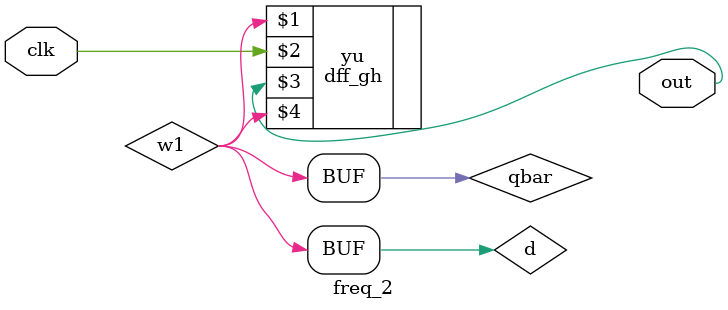
<source format=v>
module freq_2 (clk,out);
input clk;
output out;
wire w1;
dff_gh yu(w1,clk,out,w1);
assign d = w1;
assign qbar = w1;

endmodule
</source>
